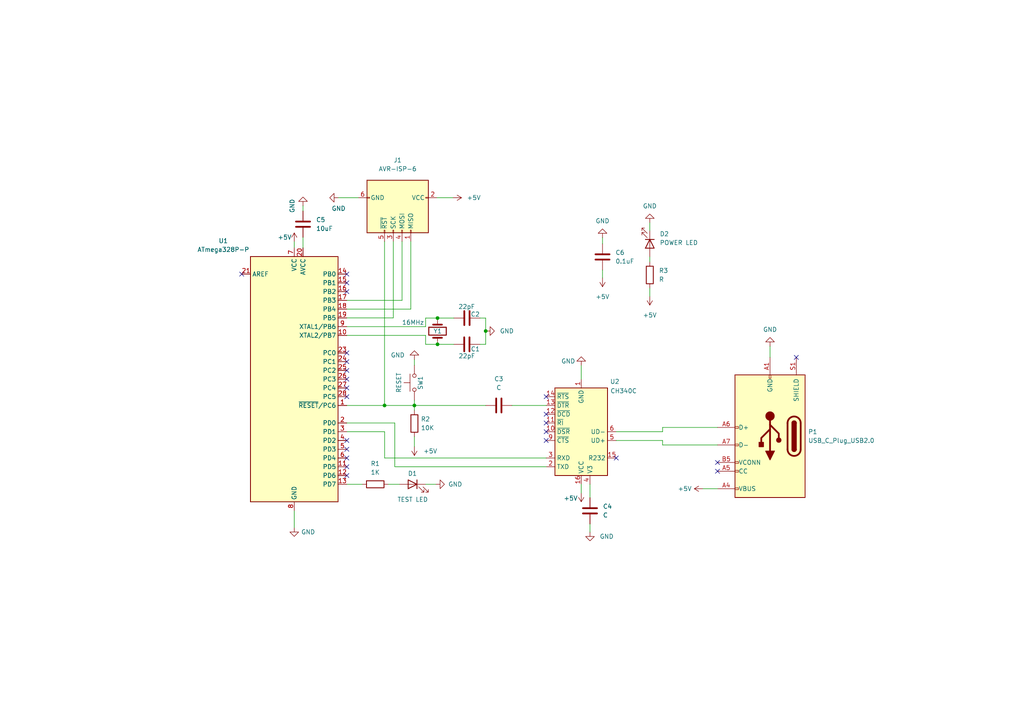
<source format=kicad_sch>
(kicad_sch (version 20211123) (generator eeschema)
  (paper "A4")
  (title_block (title "ATmega328P TQFP with CH340") (company "Nicola Strappazzon C."))
  (lib_symbols
    (symbol "Connector:AVR-ISP-6" (pin_names (offset 1.016))
      (property "Reference" "J" (at -6.35 11.43 0))
      (property "Value" "AVR-ISP-6" (at 0 11.43 0))
      (symbol "AVR-ISP-6_0_1"
        (rectangle (start -2.667 -6.858) (end -2.413 -7.62))
        (rectangle (start -2.667 10.16) (end -2.413 9.398))
        (rectangle (start 7.62 -2.413) (end 6.858 -2.667))
        (rectangle (start 7.62 0.127) (end 6.858 -0.127))
        (rectangle (start 7.62 2.667) (end 6.858 2.413))
        (rectangle (start 7.62 5.207) (end 6.858 4.953))
        (rectangle (start 7.62 10.16) (end -7.62 -7.62) (stroke (width 0.254)) (fill (type background)))
      )
      (symbol "AVR-ISP-6_1_1"
        (pin passive line (at 10.16 5.08 180) (length 2.54) (name "MISO") (number "1"))
        (pin passive line (at -2.54 12.7 270) (length 2.54) (name "VCC") (number "2"))
        (pin passive line (at 10.16 0 180) (length 2.54) (name "SCK") (number "3"))
        (pin passive line (at 10.16 2.54 180) (length 2.54) (name "MOSI") (number "4"))
        (pin passive line (at 10.16 -2.54 180) (length 2.54) (name "~{RST}") (number "5"))
        (pin passive line (at -2.54 -10.16 90) (length 2.54) (name "GND") (number "6"))
      )
    )
    (symbol "Connector:USB_C_Plug_USB2.0" (pin_names (offset 1.016))
      (property "Reference" "P" (at -10.16 19.05 0))
      (property "Value" "USB_C_Plug_USB2.0" (at 12.7 19.05 0))
      (symbol "USB_C_Plug_USB2.0_0_0"
        (rectangle (start -0.254 -17.78) (end 0.254 -16.764))
        (rectangle (start 10.16 -2.286) (end 9.144 -2.794))
        (rectangle (start 10.16 2.794) (end 9.144 2.286))
        (rectangle (start 10.16 7.874) (end 9.144 7.366))
        (rectangle (start 10.16 10.414) (end 9.144 9.906))
        (rectangle (start 10.16 15.494) (end 9.144 14.986))
      )
      (symbol "USB_C_Plug_USB2.0_0_1"
        (rectangle (start -10.16 17.78) (end 10.16 -17.78) (stroke (width 0.254)) (fill (type background)))
        (arc (start -8.89 -3.81) (mid -6.985 -5.715) (end -5.08 -3.81) (stroke (width 0.508)))
        (arc (start -7.62 -3.81) (mid -6.985 -4.445) (end -6.35 -3.81) (stroke (width 0.254)))
        (arc (start -7.62 -3.81) (mid -6.985 -4.445) (end -6.35 -3.81) (stroke (width 0.254)) (fill (type outline)))
        (rectangle (start -7.62 -3.81) (end -6.35 3.81) (stroke (width 0.254)) (fill (type outline)))
        (arc (start -6.35 3.81) (mid -6.985 4.445) (end -7.62 3.81) (stroke (width 0.254)))
        (arc (start -6.35 3.81) (mid -6.985 4.445) (end -7.62 3.81) (stroke (width 0.254)) (fill (type outline)))
        (arc (start -5.08 3.81) (mid -6.985 5.715) (end -8.89 3.81) (stroke (width 0.508)))
        (circle (center -2.54 1.143) (radius 0.635) (stroke (width 0.254)) (fill (type outline)))
        (circle (center 0 -5.842) (radius 1.27) (fill (type outline)))
        (polyline (pts (xy -8.89 -3.81) (xy -8.89 3.81)) (stroke (width 0.508)))
        (polyline (pts (xy -5.08 3.81) (xy -5.08 -3.81)) (stroke (width 0.508)))
        (polyline (pts (xy 0 -5.842) (xy 0 4.318)) (stroke (width 0.508)))
        (polyline (pts (xy 0 -3.302) (xy -2.54 -0.762) (xy -2.54 0.508)) (stroke (width 0.508)))
        (polyline (pts (xy 0 -2.032) (xy 2.54 0.508) (xy 2.54 1.778)) (stroke (width 0.508)))
        (polyline (pts (xy -1.27 4.318) (xy 0 6.858) (xy 1.27 4.318) (xy -1.27 4.318)) (stroke (width 0.254)) (fill (type outline)))
        (rectangle (start 1.905 1.778) (end 3.175 3.048) (stroke (width 0.254)) (fill (type outline)))
      )
      (symbol "USB_C_Plug_USB2.0_1_1"
        (pin passive line (at 0 -22.86 90) (length 5.08) (name "GND") (number "A1"))
        (pin passive line (at 0 -22.86 90) (length 5.08) hide (name "GND") (number "A12"))
        (pin passive line (at 15.24 15.24 180) (length 5.08) (name "VBUS") (number "A4"))
        (pin bidirectional line (at 15.24 10.16 180) (length 5.08) (name "CC") (number "A5"))
        (pin bidirectional line (at 15.24 -2.54 180) (length 5.08) (name "D+") (number "A6"))
        (pin bidirectional line (at 15.24 2.54 180) (length 5.08) (name "D-") (number "A7"))
        (pin passive line (at 15.24 15.24 180) (length 5.08) hide (name "VBUS") (number "A9"))
        (pin passive line (at 0 -22.86 90) (length 5.08) hide (name "GND") (number "B1"))
        (pin passive line (at 0 -22.86 90) (length 5.08) hide (name "GND") (number "B12"))
        (pin passive line (at 15.24 15.24 180) (length 5.08) hide (name "VBUS") (number "B4"))
        (pin bidirectional line (at 15.24 7.62 180) (length 5.08) (name "VCONN") (number "B5"))
        (pin passive line (at 15.24 15.24 180) (length 5.08) hide (name "VBUS") (number "B9"))
        (pin passive line (at -7.62 -22.86 90) (length 5.08) (name "SHIELD") (number "S1"))
      )
    )
    (symbol "Device:C" (pin_numbers hide) (pin_names (offset 0.254))
      (property "Reference" "C" (at 0.635 2.54 0))
      (property "Value" "C" (at 0.635 -2.54 0))
      (symbol "C_0_1"
        (polyline (pts (xy -2.032 -0.762) (xy 2.032 -0.762)) (stroke (width 0.508)))
        (polyline (pts (xy -2.032 0.762) (xy 2.032 0.762)) (stroke (width 0.508)))
      )
      (symbol "C_1_1"
        (pin passive line (at 0 3.81 270) (length 2.794) (name "~") (number "1"))
        (pin passive line (at 0 -3.81 90) (length 2.794) (name "~") (number "2"))
      )
    )
    (symbol "Device:Crystal" (pin_numbers hide) (pin_names (offset 1.016) hide)
      (property "Reference" "Y" (at 0 3.81 0))
      (property "Value" "Crystal" (at 0 -3.81 0))
      (symbol "Crystal_0_1"
        (rectangle (start -1.143 2.54) (end 1.143 -2.54) (stroke (width 0.3048)))
        (polyline (pts (xy -2.54 0) (xy -1.905 0)))
        (polyline (pts (xy -1.905 -1.27) (xy -1.905 1.27)) (stroke (width 0.508)))
        (polyline (pts (xy 1.905 -1.27) (xy 1.905 1.27)) (stroke (width 0.508)))
        (polyline (pts (xy 2.54 0) (xy 1.905 0)))
      )
      (symbol "Crystal_1_1"
        (pin passive line (at -3.81 0 0) (length 1.27) (name "1") (number "1"))
        (pin passive line (at 3.81 0 180) (length 1.27) (name "2") (number "2"))
      )
    )
    (symbol "Device:LED" (pin_numbers hide) (pin_names (offset 1.016) hide)
      (property "Reference" "D" (at 0 2.54 0))
      (property "Value" "LED" (at 0 -2.54 0))
      (symbol "LED_0_1"
        (polyline (pts (xy -1.27 -1.27) (xy -1.27 1.27)) (stroke (width 0.254)))
        (polyline (pts (xy -1.27 0) (xy 1.27 0)))
        (polyline (pts (xy 1.27 -1.27) (xy 1.27 1.27) (xy -1.27 0) (xy 1.27 -1.27)) (stroke (width 0.254)))
        (polyline (pts (xy -3.048 -0.762) (xy -4.572 -2.286) (xy -3.81 -2.286) (xy -4.572 -2.286) (xy -4.572 -1.524)))
        (polyline (pts (xy -1.778 -0.762) (xy -3.302 -2.286) (xy -2.54 -2.286) (xy -3.302 -2.286) (xy -3.302 -1.524)))
      )
      (symbol "LED_1_1"
        (pin passive line (at -3.81 0 0) (length 2.54) (name "K") (number "1"))
        (pin passive line (at 3.81 0 180) (length 2.54) (name "A") (number "2"))
      )
    )
    (symbol "Device:R" (pin_numbers hide) (pin_names (offset 0))
      (property "Reference" "R" (at 2.032 0 90))
      (property "Value" "R" (at 0 0 90))
      (symbol "R_0_1"
        (rectangle (start -1.016 -2.54) (end 1.016 2.54) (stroke (width 0.254)))
      )
      (symbol "R_1_1"
        (pin passive line (at 0 3.81 270) (length 1.27) (name "~") (number "1"))
        (pin passive line (at 0 -3.81 90) (length 1.27) (name "~") (number "2"))
      )
    )
    (symbol "Interface_USB:CH340C"
      (property "Reference" "U" (at -5.08 13.97 0))
      (property "Value" "CH340C" (at 1.27 13.97 0))
      (symbol "CH340C_0_1"
        (rectangle (start -7.62 12.7) (end 7.62 -12.7) (stroke (width 0.254)) (fill (type background)))
      )
      (symbol "CH340C_1_1"
        (pin power_in line (at 0 -15.24 90) (length 2.54) (name "GND") (number "1"))
        (pin input line (at 10.16 0 180) (length 2.54) (name "~{DSR}") (number "10"))
        (pin input line (at 10.16 -2.54 180) (length 2.54) (name "~{RI}") (number "11"))
        (pin input line (at 10.16 -5.08 180) (length 2.54) (name "~{DCD}") (number "12"))
        (pin output line (at 10.16 -7.62 180) (length 2.54) (name "~{DTR}") (number "13"))
        (pin output line (at 10.16 -10.16 180) (length 2.54) (name "~{RTS}") (number "14"))
        (pin input line (at -10.16 7.62 0) (length 2.54) (name "R232") (number "15"))
        (pin power_in line (at 0 15.24 270) (length 2.54) (name "VCC") (number "16"))
        (pin output line (at 10.16 10.16 180) (length 2.54) (name "TXD") (number "2"))
        (pin input line (at 10.16 7.62 180) (length 2.54) (name "RXD") (number "3"))
        (pin passive line (at -2.54 15.24 270) (length 2.54) (name "V3") (number "4"))
        (pin bidirectional line (at -10.16 2.54 0) (length 2.54) (name "UD+") (number "5"))
        (pin bidirectional line (at -10.16 0 0) (length 2.54) (name "UD-") (number "6"))
        (pin no_connect line (at -7.62 -7.62 0) (length 2.54) hide (name "NC") (number "7"))
        (pin no_connect line (at -7.62 -10.16 0) (length 2.54) hide (name "NC") (number "8"))
        (pin input line (at 10.16 2.54 180) (length 2.54) (name "~{CTS}") (number "9"))
      )
    )
    (symbol "MCU_Microchip_ATmega:ATmega328P-P"
      (property "Reference" "U" (at -12.7 36.83 0))
      (property "Value" "ATmega328P-P" (at 2.54 -36.83 0))
      (symbol "ATmega328P-P_0_1"
        (rectangle (start -12.7 -35.56) (end 12.7 35.56) (stroke (width 0.254)) (fill (type background)))
      )
      (symbol "ATmega328P-P_1_1"
        (pin bidirectional line (at 15.24 -7.62 180) (length 2.54) (name "~{RESET}/PC6") (number "1"))
        (pin bidirectional line (at 15.24 12.7 180) (length 2.54) (name "XTAL2/PB7") (number "10"))
        (pin bidirectional line (at 15.24 -25.4 180) (length 2.54) (name "PD5") (number "11"))
        (pin bidirectional line (at 15.24 -27.94 180) (length 2.54) (name "PD6") (number "12"))
        (pin bidirectional line (at 15.24 -30.48 180) (length 2.54) (name "PD7") (number "13"))
        (pin bidirectional line (at 15.24 30.48 180) (length 2.54) (name "PB0") (number "14"))
        (pin bidirectional line (at 15.24 27.94 180) (length 2.54) (name "PB1") (number "15"))
        (pin bidirectional line (at 15.24 25.4 180) (length 2.54) (name "PB2") (number "16"))
        (pin bidirectional line (at 15.24 22.86 180) (length 2.54) (name "PB3") (number "17"))
        (pin bidirectional line (at 15.24 20.32 180) (length 2.54) (name "PB4") (number "18"))
        (pin bidirectional line (at 15.24 17.78 180) (length 2.54) (name "PB5") (number "19"))
        (pin bidirectional line (at 15.24 -12.7 180) (length 2.54) (name "PD0") (number "2"))
        (pin power_in line (at 2.54 38.1 270) (length 2.54) (name "AVCC") (number "20"))
        (pin passive line (at -15.24 30.48 0) (length 2.54) (name "AREF") (number "21"))
        (pin passive line (at 0 -38.1 90) (length 2.54) hide (name "GND") (number "22"))
        (pin bidirectional line (at 15.24 7.62 180) (length 2.54) (name "PC0") (number "23"))
        (pin bidirectional line (at 15.24 5.08 180) (length 2.54) (name "PC1") (number "24"))
        (pin bidirectional line (at 15.24 2.54 180) (length 2.54) (name "PC2") (number "25"))
        (pin bidirectional line (at 15.24 0 180) (length 2.54) (name "PC3") (number "26"))
        (pin bidirectional line (at 15.24 -2.54 180) (length 2.54) (name "PC4") (number "27"))
        (pin bidirectional line (at 15.24 -5.08 180) (length 2.54) (name "PC5") (number "28"))
        (pin bidirectional line (at 15.24 -15.24 180) (length 2.54) (name "PD1") (number "3"))
        (pin bidirectional line (at 15.24 -17.78 180) (length 2.54) (name "PD2") (number "4"))
        (pin bidirectional line (at 15.24 -20.32 180) (length 2.54) (name "PD3") (number "5"))
        (pin bidirectional line (at 15.24 -22.86 180) (length 2.54) (name "PD4") (number "6"))
        (pin power_in line (at 0 38.1 270) (length 2.54) (name "VCC") (number "7"))
        (pin power_in line (at 0 -38.1 90) (length 2.54) (name "GND") (number "8"))
        (pin bidirectional line (at 15.24 15.24 180) (length 2.54) (name "XTAL1/PB6") (number "9"))
      )
    )
    (symbol "Switch:SW_Push" (pin_numbers hide) (pin_names (offset 1.016) hide)
      (property "Reference" "SW" (at 1.27 2.54 0))
      (property "Value" "SW_Push" (at 0 -1.524 0))
      (symbol "SW_Push_0_1"
        (circle (center -2.032 0) (radius 0.508))
        (polyline (pts (xy 0 1.27) (xy 0 3.048)))
        (polyline (pts (xy 2.54 1.27) (xy -2.54 1.27)))
        (circle (center 2.032 0) (radius 0.508))
        (pin passive line (at -5.08 0 0) (length 2.54) (name "1") (number "1"))
        (pin passive line (at 5.08 0 180) (length 2.54) (name "2") (number "2"))
      )
    )
    (symbol "power:+5V" (power) (pin_names (offset 0))
      (property "Value" "+5V" (at 0 3.556 0))
      (symbol "+5V_0_1"
        (polyline (pts (xy -0.762 1.27) (xy 0 2.54)))
        (polyline (pts (xy 0 0) (xy 0 2.54)))
        (polyline (pts (xy 0 2.54) (xy 0.762 1.27)))
      )
      (symbol "+5V_1_1"
        (pin power_in line (at 0 0 90) (length 0) hide (name "+5V") (number "1"))
      )
    )
    (symbol "power:GND" (power) (pin_names (offset 0))
      (property "Value" "GND" (at 0 -3.81 0))
      (symbol "GND_0_1"
        (polyline (pts (xy 0 0) (xy 0 -1.27) (xy 1.27 -1.27) (xy 0 -2.54) (xy -1.27 -1.27) (xy 0 -1.27)))
      )
      (symbol "GND_1_1"
        (pin power_in line (at 0 0 270) (length 0) hide (name "GND") (number "1"))
      )
    )
  )
  (junction (at 120.1928 117.602))
  (junction (at 140.8684 96.012))
  (junction (at 126.8984 99.8728))
  (junction (at 111.5314 117.602))
  (junction (at 126.8984 92.2528))
  (no_connect (at 100.584 82.042))
  (no_connect (at 158.4198 122.682))
  (no_connect (at 158.4198 125.222))
  (no_connect (at 100.584 135.382))
  (no_connect (at 100.584 132.842))
  (no_connect (at 158.4198 120.142))
  (no_connect (at 100.584 107.442))
  (no_connect (at 100.584 127.762))
  (no_connect (at 178.7398 132.842))
  (no_connect (at 100.584 104.902))
  (no_connect (at 208.1022 136.6774))
  (no_connect (at 230.9622 103.6574))
  (no_connect (at 100.584 115.062))
  (no_connect (at 158.4198 127.762))
  (no_connect (at 100.584 137.922))
  (no_connect (at 100.584 109.982))
  (no_connect (at 100.584 79.502))
  (no_connect (at 100.584 130.302))
  (no_connect (at 70.104 79.502))
  (no_connect (at 100.584 84.582))
  (no_connect (at 100.584 112.522))
  (no_connect (at 158.4198 115.062))
  (no_connect (at 100.584 102.362))
  (no_connect (at 208.1022 134.1374))
  (wire (pts (xy 119.1514 70.0532) (xy 119.1514 89.662)))
  (wire (pts (xy 192.1764 125.222) (xy 192.1764 123.9774)))
  (wire (pts (xy 116.6114 70.0532) (xy 116.6114 87.122)))
  (wire (pts (xy 148.4884 117.602) (xy 158.4198 117.602)))
  (wire (pts (xy 123.444 99.8728) (xy 126.8984 99.8728)))
  (wire (pts (xy 100.584 97.282) (xy 123.444 97.282)))
  (wire (pts (xy 100.584 122.682) (xy 114.5032 122.682)))
  (wire (pts (xy 100.584 140.462) (xy 105.029 140.462)))
  (wire (pts (xy 111.5314 117.602) (xy 100.584 117.602)))
  (wire (pts (xy 123.444 97.282) (xy 123.444 99.8728)))
  (wire (pts (xy 100.584 94.742) (xy 123.444 94.742)))
  (wire (pts (xy 111.5314 117.602) (xy 120.1928 117.602)))
  (wire (pts (xy 123.4694 140.462) (xy 126.365 140.462)))
  (wire (pts (xy 171.1198 140.462) (xy 171.1198 144.3482)))
  (wire (pts (xy 126.8984 92.2528) (xy 131.6228 92.2528)))
  (wire (pts (xy 111.5568 125.222) (xy 100.584 125.222)))
  (wire (pts (xy 140.8684 96.012) (xy 140.8684 99.8728)))
  (wire (pts (xy 192.1764 127.762) (xy 192.1764 129.0574)))
  (wire (pts (xy 178.7398 125.222) (xy 192.1764 125.222)))
  (wire (pts (xy 192.1764 123.9774) (xy 208.1022 123.9774)))
  (wire (pts (xy 114.5032 135.382) (xy 114.5032 122.682)))
  (wire (pts (xy 87.884 59.69) (xy 87.884 61.214)))
  (wire (pts (xy 114.0714 92.202) (xy 100.584 92.202)))
  (wire (pts (xy 112.649 140.462) (xy 115.8494 140.462)))
  (wire (pts (xy 158.4198 135.382) (xy 114.5032 135.382)))
  (wire (pts (xy 188.468 64.6176) (xy 188.468 66.9036)))
  (wire (pts (xy 203.9112 141.7574) (xy 208.1022 141.7574)))
  (wire (pts (xy 168.5798 106.0196) (xy 168.5798 109.982)))
  (wire (pts (xy 178.7398 127.762) (xy 192.1764 127.762)))
  (wire (pts (xy 192.1764 129.0574) (xy 208.1022 129.0574)))
  (wire (pts (xy 116.6114 87.122) (xy 100.584 87.122)))
  (wire (pts (xy 158.4198 132.842) (xy 111.5568 132.842)))
  (wire (pts (xy 87.884 68.834) (xy 87.884 71.882)))
  (wire (pts (xy 123.444 92.2528) (xy 126.8984 92.2528)))
  (wire (pts (xy 120.1928 117.602) (xy 120.1928 119.0244)))
  (wire (pts (xy 140.8684 99.8728) (xy 139.2174 99.8728)))
  (wire (pts (xy 120.1928 126.6444) (xy 120.1928 129.5654)))
  (wire (pts (xy 119.1514 89.662) (xy 100.584 89.662)))
  (wire (pts (xy 85.344 70.104) (xy 85.344 71.882)))
  (wire (pts (xy 123.444 94.742) (xy 123.444 92.2528)))
  (wire (pts (xy 171.1198 151.9682) (xy 171.1198 154.3304)))
  (wire (pts (xy 168.5798 140.462) (xy 168.5798 143.002)))
  (wire (pts (xy 223.3422 100.4316) (xy 223.3422 103.6574)))
  (wire (pts (xy 140.8684 92.2528) (xy 140.8684 96.012)))
  (wire (pts (xy 111.5568 132.842) (xy 111.5568 125.222)))
  (wire (pts (xy 98.171 57.3532) (xy 103.9114 57.3532)))
  (wire (pts (xy 85.344 148.082) (xy 85.344 153.035)))
  (wire (pts (xy 120.1928 116.078) (xy 120.1928 117.602)))
  (wire (pts (xy 188.468 83.566) (xy 188.468 85.9536)))
  (wire (pts (xy 114.0714 70.0532) (xy 114.0714 92.202)))
  (wire (pts (xy 188.468 74.5236) (xy 188.468 75.946)))
  (wire (pts (xy 139.2428 92.2528) (xy 140.8684 92.2528)))
  (wire (pts (xy 111.5314 70.0532) (xy 111.5314 117.602)))
  (wire (pts (xy 174.752 78.3336) (xy 174.752 80.6196)))
  (wire (pts (xy 120.1928 117.602) (xy 140.8684 117.602)))
  (wire (pts (xy 120.1928 105.918) (xy 120.1928 104.267)))
  (wire (pts (xy 126.7714 57.3532) (xy 131.318 57.3532)))
  (wire (pts (xy 126.8984 99.8728) (xy 131.5974 99.8728)))
  (wire (pts (xy 174.752 68.9356) (xy 174.752 70.7136)))
  (symbol (lib_id "Device:LED") (at 119.6594 140.462 0) (mirror y) (unit 1)
    (property "Reference" "D1" (at 119.634 137.3378 0))
    (property "Value" "TEST LED" (at 119.6848 144.8816 0))
  )
  (symbol (lib_id "power:GND") (at 120.1928 104.267 180) (unit 1)
    (property "Reference" "#PWR04" (effects hide))
    (property "Value" "GND" (at 117.3988 102.9971 0) (effects (justify left)))
  )
  (symbol (lib_id "power:GND") (at 171.1198 154.3304 0) (unit 1)
    (property "Reference" "#PWR012" (effects hide))
    (property "Value" "GND" (at 173.9138 155.6003 0) (effects (justify left)))
  )
  (symbol (lib_id "power:GND") (at 140.8684 96.012 90) (unit 1)
    (property "Reference" "#PWR08" (effects hide))
    (property "Value" "GND" (at 144.9578 96.0119 90) (effects (justify right)))
  )
  (symbol (lib_id "power:+5V") (at 203.9112 141.7574 90) (unit 1)
    (property "Reference" "#PWR013" (effects hide))
    (property "Value" "+5V" (at 200.66 141.7573 90) (effects (justify left)))
  )
  (symbol (lib_id "Device:C") (at 144.6784 117.602 90) (unit 1)
    (property "Reference" "C3" (at 144.6784 109.9058 90))
    (property "Value" "C" (at 144.6784 112.4458 90))
  )
  (symbol (lib_id "power:GND") (at 98.171 57.3532 270) (unit 1)
    (property "Reference" "#PWR03" (effects hide))
    (property "Value" "GND" (at 96.1644 60.4774 90) (effects (justify left)))
  )
  (symbol (lib_id "power:+5V") (at 188.468 85.9536 180) (unit 1)
    (property "Reference" "#PWR018" (effects hide))
    (property "Value" "+5V" (at 188.468 91.4146 0))
  )
  (symbol (lib_id "Device:R") (at 120.1928 122.8344 0) (unit 1)
    (property "Reference" "R2" (at 122.047 121.5643 0) (effects (justify left)))
    (property "Value" "10K" (at 122.047 124.1043 0) (effects (justify left)))
  )
  (symbol (lib_id "power:GND") (at 223.3422 100.4316 180) (unit 1)
    (property "Reference" "#PWR014" (effects hide))
    (property "Value" "GND" (at 223.3422 95.5802 0))
  )
  (symbol (lib_id "Switch:SW_Push") (at 120.1928 110.998 90) (unit 1)
    (property "Reference" "SW1" (at 121.9454 111.0488 0))
    (property "Value" "RESET" (at 115.6716 110.9726 0))
  )
  (symbol (lib_id "Device:C") (at 135.4074 99.8728 270) (unit 1)
    (property "Reference" "C1" (at 137.8712 101.2444 90))
    (property "Value" "22pF" (at 135.4074 103.251 90))
  )
  (symbol (lib_id "Device:C") (at 87.884 65.024 180) (unit 1)
    (property "Reference" "C5" (at 91.6686 63.7539 0) (effects (justify right)))
    (property "Value" "10uF" (at 91.6686 66.2939 0) (effects (justify right)))
  )
  (symbol (lib_id "power:GND") (at 168.5798 106.0196 180) (unit 1)
    (property "Reference" "#PWR010" (effects hide))
    (property "Value" "GND" (at 162.7632 104.7496 0) (effects (justify right)))
  )
  (symbol (lib_id "Connector:USB_C_Plug_USB2.0") (at 223.3422 126.5174 180) (unit 1)
    (property "Reference" "P1" (at 234.3912 125.2473 0) (effects (justify right)))
    (property "Value" "USB_C_Plug_USB2.0" (at 234.3912 127.7873 0) (effects (justify right)))
    (property "Datasheet" "https://www.usb.org/sites/default/files/documents/usb_type-c.zip" (effects hide))
  )
  (symbol (lib_id "power:GND") (at 87.884 59.69 180) (unit 1)
    (property "Reference" "#PWR016" (effects hide))
    (property "Value" "GND" (at 84.7598 57.6834 90) (effects (justify left)))
  )
  (symbol (lib_id "power:+5V") (at 174.752 80.6196 180) (unit 1)
    (property "Reference" "#PWR09" (effects hide))
    (property "Value" "+5V" (at 174.752 86.0806 0))
  )
  (symbol (lib_id "MCU_Microchip_ATmega:ATmega328P-P") (at 85.344 109.982 0) (unit 1)
    (property "Reference" "U1" (at 64.77 69.85 0))
    (property "Value" "ATmega328P-P" (at 64.77 72.39 0))
    (property "Footprint" "Package_DIP:DIP-28_W7.62mm" (effects hide))
    (property "Datasheet" "http://ww1.microchip.com/downloads/en/DeviceDoc/ATmega328_P%20AVR%20MCU%20with%20picoPower%20Technology%20Data%20Sheet%2040001984A.pdf" (effects hide))
  )
  (symbol (lib_id "power:+5V") (at 168.5798 143.002 180) (unit 1)
    (property "Reference" "#PWR011" (effects hide))
    (property "Value" "+5V" (at 163.4744 144.526 0) (effects (justify right)))
  )
  (symbol (lib_id "Device:C") (at 135.4328 92.2528 90) (unit 1)
    (property "Reference" "C2" (at 137.8458 91.1606 90))
    (property "Value" "22pF" (at 135.3566 88.9508 90))
  )
  (symbol (lib_id "power:+5V") (at 120.1928 129.5654 180) (unit 1)
    (property "Reference" "#PWR05" (effects hide))
    (property "Value" "+5V" (at 122.7582 130.8353 0) (effects (justify right)))
  )
  (symbol (lib_id "Device:C") (at 174.752 74.5236 180) (unit 1)
    (property "Reference" "C6" (at 178.4858 73.2535 0) (effects (justify right)))
    (property "Value" "0.1uF" (at 178.4858 75.7935 0) (effects (justify right)))
  )
  (symbol (lib_id "Device:LED") (at 188.468 70.7136 270) (unit 1)
    (property "Reference" "D2" (at 191.3382 67.856 90) (effects (justify left)))
    (property "Value" "POWER LED" (at 191.3382 70.396 90) (effects (justify left)))
  )
  (symbol (lib_id "Device:R") (at 188.468 79.756 180) (unit 1)
    (property "Reference" "R3" (at 191.1096 78.4859 0) (effects (justify right)))
    (property "Value" "R" (at 191.1096 81.0259 0) (effects (justify right)))
  )
  (symbol (lib_id "Interface_USB:CH340C") (at 168.5798 125.222 180) (unit 1)
    (property "Reference" "U2" (at 176.9364 110.6678 0) (effects (justify right)))
    (property "Value" "CH340C" (at 177.0126 113.3856 0) (effects (justify right)))
    (property "Footprint" "Package_SO:SOIC-16_3.9x9.9mm_P1.27mm" (effects hide))
    (property "Datasheet" "https://datasheet.lcsc.com/szlcsc/Jiangsu-Qin-Heng-CH340C_C84681.pdf" (effects hide))
  )
  (symbol (lib_id "power:+5V") (at 85.344 70.104 0) (unit 1)
    (property "Reference" "#PWR02" (effects hide))
    (property "Value" "+5V" (at 80.518 68.834 0) (effects (justify left)))
  )
  (symbol (lib_id "Device:C") (at 171.1198 148.1582 180) (unit 1)
    (property "Reference" "C4" (at 174.8536 146.8881 0) (effects (justify right)))
    (property "Value" "C" (at 174.8536 149.4281 0) (effects (justify right)))
  )
  (symbol (lib_id "Device:R") (at 108.839 140.462 90) (unit 1)
    (property "Reference" "R1" (at 108.839 134.4676 90))
    (property "Value" "1K" (at 108.839 137.0076 90))
  )
  (symbol (lib_id "Connector:AVR-ISP-6") (at 114.0714 59.8932 270) (unit 1)
    (property "Reference" "J1" (at 115.3414 46.4566 90))
    (property "Value" "AVR-ISP-6" (at 115.3414 48.9966 90))
    (property "Datasheet" " ~" (effects hide))
  )
  (symbol (lib_id "power:GND") (at 174.752 68.9356 180) (unit 1)
    (property "Reference" "#PWR015" (effects hide))
    (property "Value" "GND" (at 174.752 64.0842 0))
  )
  (symbol (lib_id "power:GND") (at 126.365 140.462 90) (unit 1)
    (property "Reference" "#PWR06" (effects hide))
    (property "Value" "GND" (at 129.9972 140.4619 90) (effects (justify right)))
  )
  (symbol (lib_id "power:+5V") (at 131.318 57.3532 270) (unit 1)
    (property "Reference" "#PWR07" (effects hide))
    (property "Value" "+5V" (at 135.382 57.3531 90) (effects (justify left)))
  )
  (symbol (lib_id "Device:Crystal") (at 126.8984 96.0628 90) (unit 1)
    (property "Reference" "Y1" (at 125.6792 96.0628 90) (effects (justify right)))
    (property "Value" "16MHz" (at 116.5606 93.5228 90) (effects (justify right)))
  )
  (symbol (lib_id "power:GND") (at 85.344 153.035 0) (unit 1)
    (property "Reference" "#PWR01" (effects hide))
    (property "Value" "GND" (at 87.3252 154.3049 0) (effects (justify left)))
  )
  (symbol (lib_id "power:GND") (at 188.468 64.6176 180) (unit 1)
    (property "Reference" "#PWR017" (effects hide))
    (property "Value" "GND" (at 188.468 59.7662 0))
  )
)
</source>
